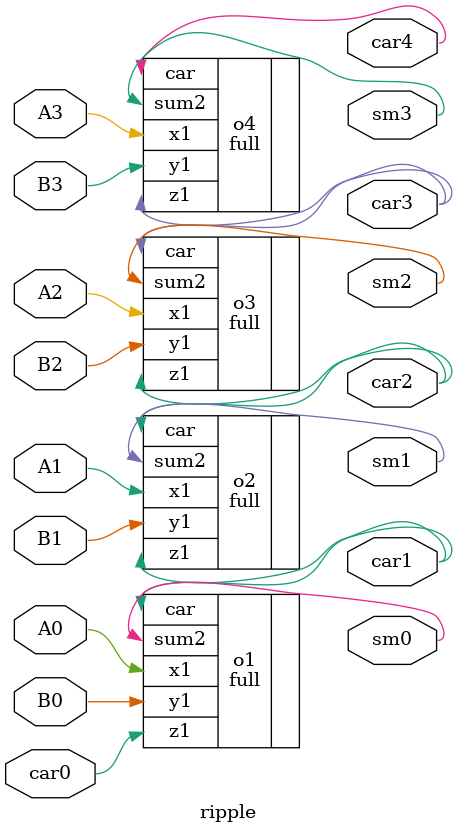
<source format=v>
`include "full.v"
module ripple(A0,A1,A2,A3,B0,B1,B2,B3,sm0,sm1,sm2,sm3,car0,car1,car2,car3,car4);
input A0,A1,A2,A3,B0,B1,B2,B3;
output wire sm0,sm1,sm2,sm3;
output wire car1,car2,car3,car4;
input car0;

full o1(.x1(A0),.y1(B0),.z1(car0),.sum2(sm0),.car(car1));
full o2(.x1(A1),.y1(B1),.z1(car1),.sum2(sm1),.car(car2));
full o3(.x1(A2),.y1(B2),.z1(car2),.sum2(sm2),.car(car3));
full o4(.x1(A3),.y1(B3),.z1(car3),.sum2(sm3),.car(car4));

endmodule


</source>
